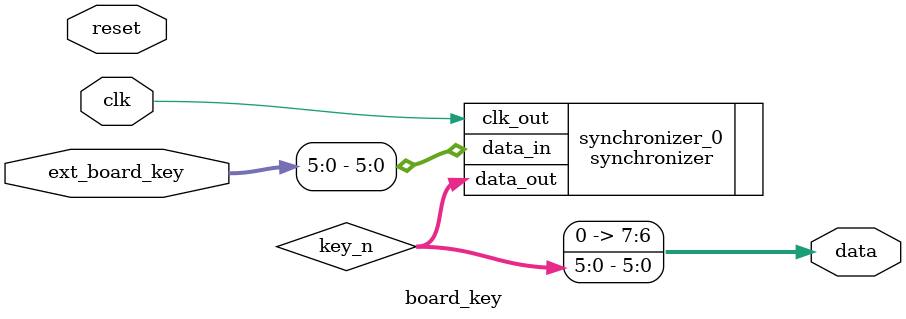
<source format=v>
/*
  Copyright (c) 2015, miya
  All rights reserved.

  Redistribution and use in source and binary forms, with or without modification, are permitted provided that the following conditions are met:

  1. Redistributions of source code must retain the above copyright notice, this list of conditions and the following disclaimer.

  2. Redistributions in binary form must reproduce the above copyright notice, this list of conditions and the following disclaimer in the documentation and/or other materials provided with the distribution.
 
  THIS SOFTWARE IS PROVIDED BY THE COPYRIGHT HOLDERS AND CONTRIBUTORS "AS IS" AND ANY EXPRESS OR IMPLIED WARRANTIES, INCLUDING, BUT NOT LIMITED TO, THE IMPLIED WARRANTIES OF MERCHANTABILITY AND FITNESS FOR A PARTICULAR PURPOSE ARE DISCLAIMED.
  IN NO EVENT SHALL THE COPYRIGHT OWNER OR CONTRIBUTORS BE LIABLE FOR ANY DIRECT, INDIRECT, INCIDENTAL, SPECIAL, EXEMPLARY, OR CONSEQUENTIAL DAMAGES (INCLUDING, BUT NOT LIMITED TO,
  PROCUREMENT OF SUBSTITUTE GOODS OR SERVICES; LOSS OF USE, DATA, OR PROFITS; OR BUSINESS INTERRUPTION) HOWEVER CAUSED AND ON ANY THEORY OF LIABILITY, WHETHER IN CONTRACT, STRICT LIABILITY, OR TORT (INCLUDING NEGLIGENCE OR OTHERWISE) ARISING IN ANY WAY OUT OF THE USE OF THIS SOFTWARE, EVEN IF ADVISED OF THE POSSIBILITY OF SUCH DAMAGE.
*/

module board_key
  #(
    parameter DATA_WIDTH = 8,
    parameter KEY_WIDTH = 6
    )
  (
   input                          clk,
   input                          reset,
   output signed [DATA_WIDTH-1:0] data,
   input signed [DATA_WIDTH-1:0]  ext_board_key
   );

  wire [KEY_WIDTH-1:0]            key_n;
  assign data = {{(DATA_WIDTH-KEY_WIDTH){1'b0}}, key_n};

  synchronizer
    #(
      .DATA_WIDTH (KEY_WIDTH)
      )
  synchronizer_0
    (
     .clk_out (clk),
     .data_in (ext_board_key[KEY_WIDTH-1:0]),
     .data_out (key_n)
     );

endmodule

</source>
